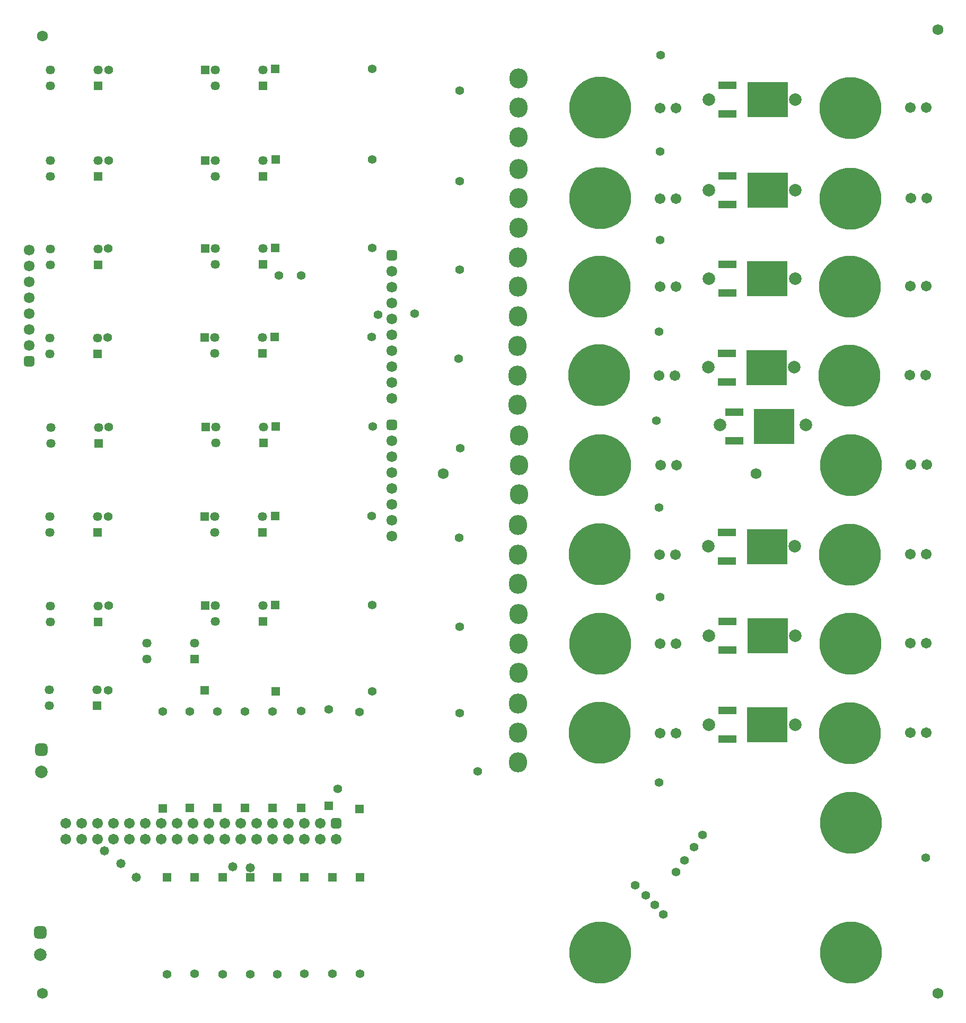
<source format=gbs>
G04*
G04 #@! TF.GenerationSoftware,Altium Limited,Altium Designer,24.4.1 (13)*
G04*
G04 Layer_Color=16711935*
%FSLAX25Y25*%
%MOIN*%
G70*
G04*
G04 #@! TF.SameCoordinates,870DF38A-AD74-42CB-99D2-8A797F58AB83*
G04*
G04*
G04 #@! TF.FilePolarity,Negative*
G04*
G01*
G75*
%ADD16C,0.38976*%
%ADD17O,0.11430X0.12611*%
%ADD18R,0.05512X0.05512*%
%ADD19C,0.05512*%
%ADD20C,0.05761*%
%ADD21R,0.05761X0.05761*%
%ADD22R,0.05512X0.05512*%
%ADD23C,0.06706*%
%ADD24C,0.07887*%
G04:AMPARAMS|DCode=25|XSize=78.87mil|YSize=78.87mil|CornerRadius=21.72mil|HoleSize=0mil|Usage=FLASHONLY|Rotation=270.000|XOffset=0mil|YOffset=0mil|HoleType=Round|Shape=RoundedRectangle|*
%AMROUNDEDRECTD25*
21,1,0.07887,0.03543,0,0,270.0*
21,1,0.03543,0.07887,0,0,270.0*
1,1,0.04343,-0.01772,-0.01772*
1,1,0.04343,-0.01772,0.01772*
1,1,0.04343,0.01772,0.01772*
1,1,0.04343,0.01772,-0.01772*
%
%ADD25ROUNDEDRECTD25*%
G04:AMPARAMS|DCode=26|XSize=67.06mil|YSize=67.06mil|CornerRadius=18.76mil|HoleSize=0mil|Usage=FLASHONLY|Rotation=180.000|XOffset=0mil|YOffset=0mil|HoleType=Round|Shape=RoundedRectangle|*
%AMROUNDEDRECTD26*
21,1,0.06706,0.02953,0,0,180.0*
21,1,0.02953,0.06706,0,0,180.0*
1,1,0.03753,-0.01476,0.01476*
1,1,0.03753,0.01476,0.01476*
1,1,0.03753,0.01476,-0.01476*
1,1,0.03753,-0.01476,-0.01476*
%
%ADD26ROUNDEDRECTD26*%
%ADD27C,0.06784*%
G04:AMPARAMS|DCode=28|XSize=67.84mil|YSize=67.84mil|CornerRadius=18.96mil|HoleSize=0mil|Usage=FLASHONLY|Rotation=270.000|XOffset=0mil|YOffset=0mil|HoleType=Round|Shape=RoundedRectangle|*
%AMROUNDEDRECTD28*
21,1,0.06784,0.02992,0,0,270.0*
21,1,0.02992,0.06784,0,0,270.0*
1,1,0.03792,-0.01496,-0.01496*
1,1,0.03792,-0.01496,0.01496*
1,1,0.03792,0.01496,0.01496*
1,1,0.03792,0.01496,-0.01496*
%
%ADD28ROUNDEDRECTD28*%
%ADD29C,0.06800*%
%ADD30C,0.05800*%
%ADD31C,0.05524*%
%ADD47R,0.11221X0.04921*%
%ADD48R,0.25591X0.21850*%
D16*
X367600Y346400D02*
D03*
X524700Y571100D02*
D03*
X367300Y571300D02*
D03*
X524199Y402599D02*
D03*
X525100Y121300D02*
D03*
X524567Y177700D02*
D03*
X524767Y514100D02*
D03*
X524599Y458499D02*
D03*
X524399Y289999D02*
D03*
X524700Y233900D02*
D03*
X525000Y346200D02*
D03*
X525100Y39500D02*
D03*
X367300Y39600D02*
D03*
X367167Y177900D02*
D03*
X367300Y234100D02*
D03*
X366999Y290199D02*
D03*
X366799Y402799D02*
D03*
X367199Y458699D02*
D03*
X367367Y514300D02*
D03*
D17*
X315867Y159300D02*
D03*
Y177804D02*
D03*
Y196308D02*
D03*
X316000Y215500D02*
D03*
Y234004D02*
D03*
Y252508D02*
D03*
X315699Y271599D02*
D03*
Y290103D02*
D03*
Y308607D02*
D03*
X316300Y327800D02*
D03*
Y346304D02*
D03*
Y364808D02*
D03*
X315499Y384199D02*
D03*
Y402703D02*
D03*
Y421207D02*
D03*
X315899Y440099D02*
D03*
Y458603D02*
D03*
Y477107D02*
D03*
X316067Y495700D02*
D03*
Y514204D02*
D03*
Y532708D02*
D03*
X316000Y552700D02*
D03*
Y571204D02*
D03*
Y589708D02*
D03*
D18*
X199100Y87033D02*
D03*
X216500D02*
D03*
X95000Y86966D02*
D03*
X112500Y87000D02*
D03*
X130100Y86900D02*
D03*
X164600Y86933D02*
D03*
X147500D02*
D03*
X181600Y87000D02*
D03*
X216200Y130067D02*
D03*
X92400Y130267D02*
D03*
X109500Y130467D02*
D03*
X126900D02*
D03*
X144000D02*
D03*
X161400Y130567D02*
D03*
X179300Y130767D02*
D03*
X196800Y131900D02*
D03*
D19*
X199100Y26167D02*
D03*
X216500D02*
D03*
X95000Y26100D02*
D03*
X112500Y26134D02*
D03*
X130100Y26034D02*
D03*
X164600Y26067D02*
D03*
X147500D02*
D03*
X181600Y26134D02*
D03*
X216200Y190933D02*
D03*
X224133Y595500D02*
D03*
X58300Y595100D02*
D03*
X92400Y191133D02*
D03*
X109500Y191333D02*
D03*
X126900D02*
D03*
X144000D02*
D03*
X161400Y191433D02*
D03*
X179300Y191633D02*
D03*
X196800Y192766D02*
D03*
X224266Y204100D02*
D03*
X224133Y258300D02*
D03*
X223832Y314399D02*
D03*
X224433Y370600D02*
D03*
X223632Y426999D02*
D03*
X224032Y482899D02*
D03*
X224200Y538500D02*
D03*
X58000Y204600D02*
D03*
X58300Y257900D02*
D03*
X57999Y313999D02*
D03*
X58600Y370200D02*
D03*
X57799Y426599D02*
D03*
X58199Y482499D02*
D03*
X58367Y538100D02*
D03*
D20*
X21800Y584900D02*
D03*
Y594900D02*
D03*
X51800D02*
D03*
X21867Y527900D02*
D03*
Y537900D02*
D03*
X51867D02*
D03*
X21699Y472299D02*
D03*
Y482299D02*
D03*
X51699D02*
D03*
X51299Y426399D02*
D03*
X21299D02*
D03*
Y416399D02*
D03*
X22100Y360000D02*
D03*
Y370000D02*
D03*
X52100D02*
D03*
X21499Y303799D02*
D03*
Y313799D02*
D03*
X51499D02*
D03*
X21800Y247700D02*
D03*
Y257700D02*
D03*
X51800D02*
D03*
X21100Y194800D02*
D03*
Y204800D02*
D03*
X51100D02*
D03*
X125500Y585100D02*
D03*
Y595100D02*
D03*
X155500D02*
D03*
X125567Y528100D02*
D03*
Y538100D02*
D03*
X155567D02*
D03*
X125399Y472499D02*
D03*
Y482499D02*
D03*
X155399D02*
D03*
X124999Y416599D02*
D03*
Y426599D02*
D03*
X154999D02*
D03*
X125800Y360200D02*
D03*
Y370200D02*
D03*
X155800D02*
D03*
X125199Y303999D02*
D03*
Y313999D02*
D03*
X155199D02*
D03*
X155500Y257900D02*
D03*
X125500D02*
D03*
Y247900D02*
D03*
X112400Y234200D02*
D03*
X82400D02*
D03*
Y224200D02*
D03*
D21*
X51800Y584900D02*
D03*
X51867Y527900D02*
D03*
X51699Y472299D02*
D03*
X51299Y416399D02*
D03*
X52100Y360000D02*
D03*
X51499Y303799D02*
D03*
X51800Y247700D02*
D03*
X51100Y194800D02*
D03*
X155500Y585100D02*
D03*
X155567Y528100D02*
D03*
X155399Y472499D02*
D03*
X154999Y416599D02*
D03*
X155800Y360200D02*
D03*
X155199Y303999D02*
D03*
X155500Y247900D02*
D03*
X112400Y224200D02*
D03*
D22*
X163267Y595500D02*
D03*
X119166Y595100D02*
D03*
X163400Y204100D02*
D03*
X163267Y258300D02*
D03*
X162966Y314399D02*
D03*
X163567Y370600D02*
D03*
X162766Y426999D02*
D03*
X163166Y482899D02*
D03*
X163334Y538500D02*
D03*
X118866Y204600D02*
D03*
X119166Y257900D02*
D03*
X118866Y313999D02*
D03*
X119466Y370200D02*
D03*
X118666Y426599D02*
D03*
X119065Y482499D02*
D03*
X119233Y538100D02*
D03*
D23*
X572601Y571401D02*
D03*
X562601D02*
D03*
X415101Y571101D02*
D03*
X405101D02*
D03*
X562468Y178001D02*
D03*
X572468D02*
D03*
X562601Y234201D02*
D03*
X572601D02*
D03*
X562300Y290300D02*
D03*
X572300D02*
D03*
X562901Y346501D02*
D03*
X572901D02*
D03*
X562100Y402900D02*
D03*
X572100D02*
D03*
X562500Y458800D02*
D03*
X572500D02*
D03*
X562668Y514401D02*
D03*
X572668D02*
D03*
X404968Y177701D02*
D03*
X414968D02*
D03*
X405101Y233901D02*
D03*
X415101D02*
D03*
X404800Y290000D02*
D03*
X414800D02*
D03*
X405401Y346201D02*
D03*
X415401D02*
D03*
X404600Y402600D02*
D03*
X414600D02*
D03*
X405000Y458500D02*
D03*
X415000D02*
D03*
X405168Y514101D02*
D03*
X415168D02*
D03*
X61400Y110900D02*
D03*
Y120900D02*
D03*
X81400Y110900D02*
D03*
Y120900D02*
D03*
X91400Y110900D02*
D03*
Y120900D02*
D03*
X101400Y110900D02*
D03*
Y120900D02*
D03*
X111400Y110900D02*
D03*
Y120900D02*
D03*
X131400Y110900D02*
D03*
Y120900D02*
D03*
X151400Y110900D02*
D03*
Y120900D02*
D03*
X171400Y110900D02*
D03*
Y120900D02*
D03*
X201400Y110900D02*
D03*
X191400Y120900D02*
D03*
Y110900D02*
D03*
X181400Y120900D02*
D03*
Y110900D02*
D03*
X161400Y120900D02*
D03*
Y110900D02*
D03*
X141400Y120900D02*
D03*
Y110900D02*
D03*
X121400Y120900D02*
D03*
Y110900D02*
D03*
X71400Y120900D02*
D03*
Y110900D02*
D03*
X51400Y120900D02*
D03*
Y110900D02*
D03*
X41400Y120900D02*
D03*
X31400D02*
D03*
X41400Y110900D02*
D03*
X31400D02*
D03*
D24*
X435884Y576300D02*
D03*
X490116D02*
D03*
X16200Y153400D02*
D03*
X15600Y38400D02*
D03*
X489615Y407799D02*
D03*
X435383D02*
D03*
X489983Y182900D02*
D03*
X435751D02*
D03*
X490116Y239100D02*
D03*
X435884D02*
D03*
X442668Y371700D02*
D03*
X496900D02*
D03*
X489816Y295199D02*
D03*
X435583D02*
D03*
X490183Y519300D02*
D03*
X435951D02*
D03*
X490016Y463699D02*
D03*
X435783D02*
D03*
D25*
X16200Y167180D02*
D03*
X15600Y52179D02*
D03*
D26*
X201400Y120900D02*
D03*
D27*
X236400Y418400D02*
D03*
Y458400D02*
D03*
Y468400D02*
D03*
Y448400D02*
D03*
Y438400D02*
D03*
Y428400D02*
D03*
Y408400D02*
D03*
Y398400D02*
D03*
Y388400D02*
D03*
Y301700D02*
D03*
Y311700D02*
D03*
Y351700D02*
D03*
Y361700D02*
D03*
Y341700D02*
D03*
Y331700D02*
D03*
Y321700D02*
D03*
X8300Y481700D02*
D03*
Y471700D02*
D03*
Y431700D02*
D03*
Y421700D02*
D03*
Y441700D02*
D03*
Y451700D02*
D03*
Y461700D02*
D03*
D28*
X236400Y478400D02*
D03*
Y371700D02*
D03*
X8300Y411700D02*
D03*
D29*
X465600Y340780D02*
D03*
X579773Y620307D02*
D03*
Y14008D02*
D03*
X16781D02*
D03*
Y616370D02*
D03*
X268750Y340780D02*
D03*
D30*
X66000Y95700D02*
D03*
X55665Y103465D02*
D03*
X75800Y86966D02*
D03*
X136600Y93531D02*
D03*
X147500Y93100D02*
D03*
D31*
X415100Y90400D02*
D03*
X420300Y97700D02*
D03*
X426400Y105800D02*
D03*
X431800Y113500D02*
D03*
X405300Y604400D02*
D03*
X572100Y99400D02*
D03*
X407000Y63600D02*
D03*
X279000Y190200D02*
D03*
X279116Y244634D02*
D03*
X278816Y300733D02*
D03*
X279416Y356934D02*
D03*
X278616Y413333D02*
D03*
X279016Y469233D02*
D03*
X279183Y524834D02*
D03*
X279116Y581834D02*
D03*
X396000Y75500D02*
D03*
X401700Y69500D02*
D03*
X389500Y82000D02*
D03*
X290300Y153600D02*
D03*
X202400Y142500D02*
D03*
X404500Y146500D02*
D03*
X405101Y263400D02*
D03*
X404600Y319487D02*
D03*
X402900Y374400D02*
D03*
X227800Y441000D02*
D03*
X250700Y441700D02*
D03*
X404600Y430272D02*
D03*
X179500Y465600D02*
D03*
X165300D02*
D03*
X405000Y487999D02*
D03*
X405168Y543600D02*
D03*
D47*
X447509Y567200D02*
D03*
Y585200D02*
D03*
X447376Y191800D02*
D03*
Y173800D02*
D03*
X447509Y248000D02*
D03*
Y230000D02*
D03*
X447208Y304099D02*
D03*
Y286099D02*
D03*
X451700Y379600D02*
D03*
Y361600D02*
D03*
X447008Y416699D02*
D03*
Y398699D02*
D03*
X447408Y472599D02*
D03*
Y454599D02*
D03*
X447576Y528200D02*
D03*
Y510200D02*
D03*
D48*
X472706Y576200D02*
D03*
X472573Y182800D02*
D03*
X472706Y239000D02*
D03*
X472405Y295099D02*
D03*
X476897Y370600D02*
D03*
X472205Y407699D02*
D03*
X472605Y463599D02*
D03*
X472773Y519200D02*
D03*
M02*

</source>
